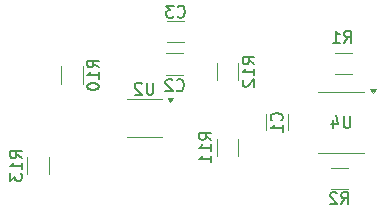
<source format=gbr>
%TF.GenerationSoftware,KiCad,Pcbnew,8.0.3*%
%TF.CreationDate,2024-10-20T16:03:45+03:00*%
%TF.ProjectId,SmartPot,536d6172-7450-46f7-942e-6b696361645f,rev?*%
%TF.SameCoordinates,Original*%
%TF.FileFunction,Legend,Bot*%
%TF.FilePolarity,Positive*%
%FSLAX46Y46*%
G04 Gerber Fmt 4.6, Leading zero omitted, Abs format (unit mm)*
G04 Created by KiCad (PCBNEW 8.0.3) date 2024-10-20 16:03:45*
%MOMM*%
%LPD*%
G01*
G04 APERTURE LIST*
%ADD10C,0.150000*%
%ADD11C,0.120000*%
G04 APERTURE END LIST*
D10*
X206816666Y-100154819D02*
X207149999Y-99678628D01*
X207388094Y-100154819D02*
X207388094Y-99154819D01*
X207388094Y-99154819D02*
X207007142Y-99154819D01*
X207007142Y-99154819D02*
X206911904Y-99202438D01*
X206911904Y-99202438D02*
X206864285Y-99250057D01*
X206864285Y-99250057D02*
X206816666Y-99345295D01*
X206816666Y-99345295D02*
X206816666Y-99488152D01*
X206816666Y-99488152D02*
X206864285Y-99583390D01*
X206864285Y-99583390D02*
X206911904Y-99631009D01*
X206911904Y-99631009D02*
X207007142Y-99678628D01*
X207007142Y-99678628D02*
X207388094Y-99678628D01*
X205864285Y-100154819D02*
X206435713Y-100154819D01*
X206149999Y-100154819D02*
X206149999Y-99154819D01*
X206149999Y-99154819D02*
X206245237Y-99297676D01*
X206245237Y-99297676D02*
X206340475Y-99392914D01*
X206340475Y-99392914D02*
X206435713Y-99440533D01*
X190661904Y-103554819D02*
X190661904Y-104364342D01*
X190661904Y-104364342D02*
X190614285Y-104459580D01*
X190614285Y-104459580D02*
X190566666Y-104507200D01*
X190566666Y-104507200D02*
X190471428Y-104554819D01*
X190471428Y-104554819D02*
X190280952Y-104554819D01*
X190280952Y-104554819D02*
X190185714Y-104507200D01*
X190185714Y-104507200D02*
X190138095Y-104459580D01*
X190138095Y-104459580D02*
X190090476Y-104364342D01*
X190090476Y-104364342D02*
X190090476Y-103554819D01*
X189661904Y-103650057D02*
X189614285Y-103602438D01*
X189614285Y-103602438D02*
X189519047Y-103554819D01*
X189519047Y-103554819D02*
X189280952Y-103554819D01*
X189280952Y-103554819D02*
X189185714Y-103602438D01*
X189185714Y-103602438D02*
X189138095Y-103650057D01*
X189138095Y-103650057D02*
X189090476Y-103745295D01*
X189090476Y-103745295D02*
X189090476Y-103840533D01*
X189090476Y-103840533D02*
X189138095Y-103983390D01*
X189138095Y-103983390D02*
X189709523Y-104554819D01*
X189709523Y-104554819D02*
X189090476Y-104554819D01*
X199224819Y-101982142D02*
X198748628Y-101648809D01*
X199224819Y-101410714D02*
X198224819Y-101410714D01*
X198224819Y-101410714D02*
X198224819Y-101791666D01*
X198224819Y-101791666D02*
X198272438Y-101886904D01*
X198272438Y-101886904D02*
X198320057Y-101934523D01*
X198320057Y-101934523D02*
X198415295Y-101982142D01*
X198415295Y-101982142D02*
X198558152Y-101982142D01*
X198558152Y-101982142D02*
X198653390Y-101934523D01*
X198653390Y-101934523D02*
X198701009Y-101886904D01*
X198701009Y-101886904D02*
X198748628Y-101791666D01*
X198748628Y-101791666D02*
X198748628Y-101410714D01*
X199224819Y-102934523D02*
X199224819Y-102363095D01*
X199224819Y-102648809D02*
X198224819Y-102648809D01*
X198224819Y-102648809D02*
X198367676Y-102553571D01*
X198367676Y-102553571D02*
X198462914Y-102458333D01*
X198462914Y-102458333D02*
X198510533Y-102363095D01*
X198320057Y-103315476D02*
X198272438Y-103363095D01*
X198272438Y-103363095D02*
X198224819Y-103458333D01*
X198224819Y-103458333D02*
X198224819Y-103696428D01*
X198224819Y-103696428D02*
X198272438Y-103791666D01*
X198272438Y-103791666D02*
X198320057Y-103839285D01*
X198320057Y-103839285D02*
X198415295Y-103886904D01*
X198415295Y-103886904D02*
X198510533Y-103886904D01*
X198510533Y-103886904D02*
X198653390Y-103839285D01*
X198653390Y-103839285D02*
X199224819Y-103267857D01*
X199224819Y-103267857D02*
X199224819Y-103886904D01*
X207336904Y-106369819D02*
X207336904Y-107179342D01*
X207336904Y-107179342D02*
X207289285Y-107274580D01*
X207289285Y-107274580D02*
X207241666Y-107322200D01*
X207241666Y-107322200D02*
X207146428Y-107369819D01*
X207146428Y-107369819D02*
X206955952Y-107369819D01*
X206955952Y-107369819D02*
X206860714Y-107322200D01*
X206860714Y-107322200D02*
X206813095Y-107274580D01*
X206813095Y-107274580D02*
X206765476Y-107179342D01*
X206765476Y-107179342D02*
X206765476Y-106369819D01*
X205860714Y-106703152D02*
X205860714Y-107369819D01*
X206098809Y-106322200D02*
X206336904Y-107036485D01*
X206336904Y-107036485D02*
X205717857Y-107036485D01*
X201509580Y-106733333D02*
X201557200Y-106685714D01*
X201557200Y-106685714D02*
X201604819Y-106542857D01*
X201604819Y-106542857D02*
X201604819Y-106447619D01*
X201604819Y-106447619D02*
X201557200Y-106304762D01*
X201557200Y-106304762D02*
X201461961Y-106209524D01*
X201461961Y-106209524D02*
X201366723Y-106161905D01*
X201366723Y-106161905D02*
X201176247Y-106114286D01*
X201176247Y-106114286D02*
X201033390Y-106114286D01*
X201033390Y-106114286D02*
X200842914Y-106161905D01*
X200842914Y-106161905D02*
X200747676Y-106209524D01*
X200747676Y-106209524D02*
X200652438Y-106304762D01*
X200652438Y-106304762D02*
X200604819Y-106447619D01*
X200604819Y-106447619D02*
X200604819Y-106542857D01*
X200604819Y-106542857D02*
X200652438Y-106685714D01*
X200652438Y-106685714D02*
X200700057Y-106733333D01*
X201604819Y-107685714D02*
X201604819Y-107114286D01*
X201604819Y-107400000D02*
X200604819Y-107400000D01*
X200604819Y-107400000D02*
X200747676Y-107304762D01*
X200747676Y-107304762D02*
X200842914Y-107209524D01*
X200842914Y-107209524D02*
X200890533Y-107114286D01*
X206572184Y-113824372D02*
X206905517Y-113348181D01*
X207143612Y-113824372D02*
X207143612Y-112824372D01*
X207143612Y-112824372D02*
X206762660Y-112824372D01*
X206762660Y-112824372D02*
X206667422Y-112871991D01*
X206667422Y-112871991D02*
X206619803Y-112919610D01*
X206619803Y-112919610D02*
X206572184Y-113014848D01*
X206572184Y-113014848D02*
X206572184Y-113157705D01*
X206572184Y-113157705D02*
X206619803Y-113252943D01*
X206619803Y-113252943D02*
X206667422Y-113300562D01*
X206667422Y-113300562D02*
X206762660Y-113348181D01*
X206762660Y-113348181D02*
X207143612Y-113348181D01*
X206191231Y-112919610D02*
X206143612Y-112871991D01*
X206143612Y-112871991D02*
X206048374Y-112824372D01*
X206048374Y-112824372D02*
X205810279Y-112824372D01*
X205810279Y-112824372D02*
X205715041Y-112871991D01*
X205715041Y-112871991D02*
X205667422Y-112919610D01*
X205667422Y-112919610D02*
X205619803Y-113014848D01*
X205619803Y-113014848D02*
X205619803Y-113110086D01*
X205619803Y-113110086D02*
X205667422Y-113252943D01*
X205667422Y-113252943D02*
X206238850Y-113824372D01*
X206238850Y-113824372D02*
X205619803Y-113824372D01*
X186049819Y-102257142D02*
X185573628Y-101923809D01*
X186049819Y-101685714D02*
X185049819Y-101685714D01*
X185049819Y-101685714D02*
X185049819Y-102066666D01*
X185049819Y-102066666D02*
X185097438Y-102161904D01*
X185097438Y-102161904D02*
X185145057Y-102209523D01*
X185145057Y-102209523D02*
X185240295Y-102257142D01*
X185240295Y-102257142D02*
X185383152Y-102257142D01*
X185383152Y-102257142D02*
X185478390Y-102209523D01*
X185478390Y-102209523D02*
X185526009Y-102161904D01*
X185526009Y-102161904D02*
X185573628Y-102066666D01*
X185573628Y-102066666D02*
X185573628Y-101685714D01*
X186049819Y-103209523D02*
X186049819Y-102638095D01*
X186049819Y-102923809D02*
X185049819Y-102923809D01*
X185049819Y-102923809D02*
X185192676Y-102828571D01*
X185192676Y-102828571D02*
X185287914Y-102733333D01*
X185287914Y-102733333D02*
X185335533Y-102638095D01*
X185049819Y-103828571D02*
X185049819Y-103923809D01*
X185049819Y-103923809D02*
X185097438Y-104019047D01*
X185097438Y-104019047D02*
X185145057Y-104066666D01*
X185145057Y-104066666D02*
X185240295Y-104114285D01*
X185240295Y-104114285D02*
X185430771Y-104161904D01*
X185430771Y-104161904D02*
X185668866Y-104161904D01*
X185668866Y-104161904D02*
X185859342Y-104114285D01*
X185859342Y-104114285D02*
X185954580Y-104066666D01*
X185954580Y-104066666D02*
X186002200Y-104019047D01*
X186002200Y-104019047D02*
X186049819Y-103923809D01*
X186049819Y-103923809D02*
X186049819Y-103828571D01*
X186049819Y-103828571D02*
X186002200Y-103733333D01*
X186002200Y-103733333D02*
X185954580Y-103685714D01*
X185954580Y-103685714D02*
X185859342Y-103638095D01*
X185859342Y-103638095D02*
X185668866Y-103590476D01*
X185668866Y-103590476D02*
X185430771Y-103590476D01*
X185430771Y-103590476D02*
X185240295Y-103638095D01*
X185240295Y-103638095D02*
X185145057Y-103685714D01*
X185145057Y-103685714D02*
X185097438Y-103733333D01*
X185097438Y-103733333D02*
X185049819Y-103828571D01*
X192641666Y-104159580D02*
X192689285Y-104207200D01*
X192689285Y-104207200D02*
X192832142Y-104254819D01*
X192832142Y-104254819D02*
X192927380Y-104254819D01*
X192927380Y-104254819D02*
X193070237Y-104207200D01*
X193070237Y-104207200D02*
X193165475Y-104111961D01*
X193165475Y-104111961D02*
X193213094Y-104016723D01*
X193213094Y-104016723D02*
X193260713Y-103826247D01*
X193260713Y-103826247D02*
X193260713Y-103683390D01*
X193260713Y-103683390D02*
X193213094Y-103492914D01*
X193213094Y-103492914D02*
X193165475Y-103397676D01*
X193165475Y-103397676D02*
X193070237Y-103302438D01*
X193070237Y-103302438D02*
X192927380Y-103254819D01*
X192927380Y-103254819D02*
X192832142Y-103254819D01*
X192832142Y-103254819D02*
X192689285Y-103302438D01*
X192689285Y-103302438D02*
X192641666Y-103350057D01*
X192260713Y-103350057D02*
X192213094Y-103302438D01*
X192213094Y-103302438D02*
X192117856Y-103254819D01*
X192117856Y-103254819D02*
X191879761Y-103254819D01*
X191879761Y-103254819D02*
X191784523Y-103302438D01*
X191784523Y-103302438D02*
X191736904Y-103350057D01*
X191736904Y-103350057D02*
X191689285Y-103445295D01*
X191689285Y-103445295D02*
X191689285Y-103540533D01*
X191689285Y-103540533D02*
X191736904Y-103683390D01*
X191736904Y-103683390D02*
X192308332Y-104254819D01*
X192308332Y-104254819D02*
X191689285Y-104254819D01*
X195559819Y-108382142D02*
X195083628Y-108048809D01*
X195559819Y-107810714D02*
X194559819Y-107810714D01*
X194559819Y-107810714D02*
X194559819Y-108191666D01*
X194559819Y-108191666D02*
X194607438Y-108286904D01*
X194607438Y-108286904D02*
X194655057Y-108334523D01*
X194655057Y-108334523D02*
X194750295Y-108382142D01*
X194750295Y-108382142D02*
X194893152Y-108382142D01*
X194893152Y-108382142D02*
X194988390Y-108334523D01*
X194988390Y-108334523D02*
X195036009Y-108286904D01*
X195036009Y-108286904D02*
X195083628Y-108191666D01*
X195083628Y-108191666D02*
X195083628Y-107810714D01*
X195559819Y-109334523D02*
X195559819Y-108763095D01*
X195559819Y-109048809D02*
X194559819Y-109048809D01*
X194559819Y-109048809D02*
X194702676Y-108953571D01*
X194702676Y-108953571D02*
X194797914Y-108858333D01*
X194797914Y-108858333D02*
X194845533Y-108763095D01*
X195559819Y-110286904D02*
X195559819Y-109715476D01*
X195559819Y-110001190D02*
X194559819Y-110001190D01*
X194559819Y-110001190D02*
X194702676Y-109905952D01*
X194702676Y-109905952D02*
X194797914Y-109810714D01*
X194797914Y-109810714D02*
X194845533Y-109715476D01*
X192716666Y-97934580D02*
X192764285Y-97982200D01*
X192764285Y-97982200D02*
X192907142Y-98029819D01*
X192907142Y-98029819D02*
X193002380Y-98029819D01*
X193002380Y-98029819D02*
X193145237Y-97982200D01*
X193145237Y-97982200D02*
X193240475Y-97886961D01*
X193240475Y-97886961D02*
X193288094Y-97791723D01*
X193288094Y-97791723D02*
X193335713Y-97601247D01*
X193335713Y-97601247D02*
X193335713Y-97458390D01*
X193335713Y-97458390D02*
X193288094Y-97267914D01*
X193288094Y-97267914D02*
X193240475Y-97172676D01*
X193240475Y-97172676D02*
X193145237Y-97077438D01*
X193145237Y-97077438D02*
X193002380Y-97029819D01*
X193002380Y-97029819D02*
X192907142Y-97029819D01*
X192907142Y-97029819D02*
X192764285Y-97077438D01*
X192764285Y-97077438D02*
X192716666Y-97125057D01*
X192383332Y-97029819D02*
X191764285Y-97029819D01*
X191764285Y-97029819D02*
X192097618Y-97410771D01*
X192097618Y-97410771D02*
X191954761Y-97410771D01*
X191954761Y-97410771D02*
X191859523Y-97458390D01*
X191859523Y-97458390D02*
X191811904Y-97506009D01*
X191811904Y-97506009D02*
X191764285Y-97601247D01*
X191764285Y-97601247D02*
X191764285Y-97839342D01*
X191764285Y-97839342D02*
X191811904Y-97934580D01*
X191811904Y-97934580D02*
X191859523Y-97982200D01*
X191859523Y-97982200D02*
X191954761Y-98029819D01*
X191954761Y-98029819D02*
X192240475Y-98029819D01*
X192240475Y-98029819D02*
X192335713Y-97982200D01*
X192335713Y-97982200D02*
X192383332Y-97934580D01*
X179534819Y-109932142D02*
X179058628Y-109598809D01*
X179534819Y-109360714D02*
X178534819Y-109360714D01*
X178534819Y-109360714D02*
X178534819Y-109741666D01*
X178534819Y-109741666D02*
X178582438Y-109836904D01*
X178582438Y-109836904D02*
X178630057Y-109884523D01*
X178630057Y-109884523D02*
X178725295Y-109932142D01*
X178725295Y-109932142D02*
X178868152Y-109932142D01*
X178868152Y-109932142D02*
X178963390Y-109884523D01*
X178963390Y-109884523D02*
X179011009Y-109836904D01*
X179011009Y-109836904D02*
X179058628Y-109741666D01*
X179058628Y-109741666D02*
X179058628Y-109360714D01*
X179534819Y-110884523D02*
X179534819Y-110313095D01*
X179534819Y-110598809D02*
X178534819Y-110598809D01*
X178534819Y-110598809D02*
X178677676Y-110503571D01*
X178677676Y-110503571D02*
X178772914Y-110408333D01*
X178772914Y-110408333D02*
X178820533Y-110313095D01*
X178534819Y-111217857D02*
X178534819Y-111836904D01*
X178534819Y-111836904D02*
X178915771Y-111503571D01*
X178915771Y-111503571D02*
X178915771Y-111646428D01*
X178915771Y-111646428D02*
X178963390Y-111741666D01*
X178963390Y-111741666D02*
X179011009Y-111789285D01*
X179011009Y-111789285D02*
X179106247Y-111836904D01*
X179106247Y-111836904D02*
X179344342Y-111836904D01*
X179344342Y-111836904D02*
X179439580Y-111789285D01*
X179439580Y-111789285D02*
X179487200Y-111741666D01*
X179487200Y-111741666D02*
X179534819Y-111646428D01*
X179534819Y-111646428D02*
X179534819Y-111360714D01*
X179534819Y-111360714D02*
X179487200Y-111265476D01*
X179487200Y-111265476D02*
X179439580Y-111217857D01*
D11*
%TO.C,R1*%
X207489564Y-100990000D02*
X206035436Y-100990000D01*
X207489564Y-102810000D02*
X206035436Y-102810000D01*
%TO.C,U2*%
X188400000Y-104940000D02*
X189900000Y-104940000D01*
X188400000Y-108160000D02*
X189900000Y-108160000D01*
X191400000Y-104940000D02*
X189900000Y-104940000D01*
X191400000Y-108160000D02*
X189900000Y-108160000D01*
X192112500Y-105140000D02*
X191872500Y-104810000D01*
X192352500Y-104810000D01*
X192112500Y-105140000D01*
G36*
X192112500Y-105140000D02*
G01*
X191872500Y-104810000D01*
X192352500Y-104810000D01*
X192112500Y-105140000D01*
G37*
%TO.C,R12*%
X196040000Y-101897936D02*
X196040000Y-103352064D01*
X197860000Y-101897936D02*
X197860000Y-103352064D01*
%TO.C,U4*%
X204625000Y-104355000D02*
X206575000Y-104355000D01*
X204625000Y-109475000D02*
X206575000Y-109475000D01*
X208525000Y-104355000D02*
X206575000Y-104355000D01*
X208525000Y-109475000D02*
X206575000Y-109475000D01*
X209275000Y-104450000D02*
X209035000Y-104120000D01*
X209515000Y-104120000D01*
X209275000Y-104450000D01*
G36*
X209275000Y-104450000D02*
G01*
X209035000Y-104120000D01*
X209515000Y-104120000D01*
X209275000Y-104450000D01*
G37*
%TO.C,C1*%
X200240000Y-107586252D02*
X200240000Y-106163748D01*
X202060000Y-107586252D02*
X202060000Y-106163748D01*
%TO.C,R2*%
X205722936Y-110740000D02*
X207177064Y-110740000D01*
X205722936Y-112560000D02*
X207177064Y-112560000D01*
%TO.C,R10*%
X182865000Y-102172936D02*
X182865000Y-103627064D01*
X184685000Y-102172936D02*
X184685000Y-103627064D01*
%TO.C,C2*%
X193186252Y-101040000D02*
X191763748Y-101040000D01*
X193186252Y-102860000D02*
X191763748Y-102860000D01*
%TO.C,R11*%
X196015000Y-109752064D02*
X196015000Y-108297936D01*
X197835000Y-109752064D02*
X197835000Y-108297936D01*
%TO.C,C3*%
X193236252Y-98315000D02*
X191813748Y-98315000D01*
X193236252Y-100135000D02*
X191813748Y-100135000D01*
%TO.C,R13*%
X179990000Y-111302064D02*
X179990000Y-109847936D01*
X181810000Y-111302064D02*
X181810000Y-109847936D01*
%TD*%
M02*

</source>
